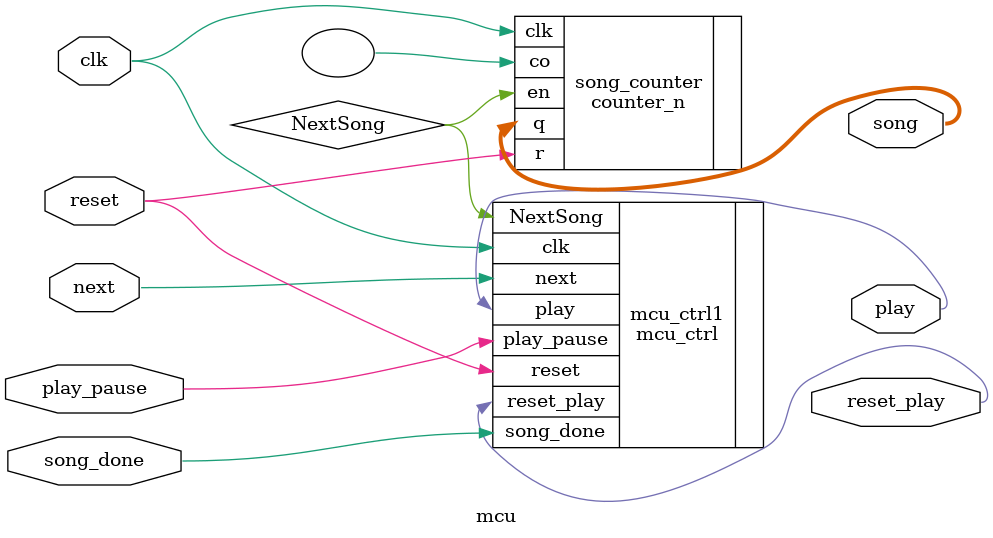
<source format=v>
module mcu (
    clk,        //100MHz时钟信号
    reset,      //复位信号，高电平有效
    play_pause, //来自按键处理模块的“播放/暂停”控制信号，一个时钟周期宽度
    next,       //来自按键处理的“下一首”控制信号，一个时钟周期宽度
    song_done,  //song_reader的应答信号，一个时钟周期宽度的高电平脉冲,表示播放结束
    play,       //输出控制song_reader模块是否播放
    reset_play, //时钟周期宽度的高电平复位脉冲，同时复位song_reader&note_player
    song        //当前播放的乐曲序号
);
    input clk, reset, play_pause, next, song_done;
    output play, reset_play;
    output [1:0] song;

    wire NextSong;  //2位二进制计数器使能信号，next为高电平时改变当前播放乐曲序号
    //mcu控制器
    mcu_ctrl mcu_ctrl1(
        .clk(clk),
        .reset(reset),
        .play_pause(play_pause),
        .next(next),
        .song_done(song_done),
        .play(play),
        .reset_play(reset_play),
        .NextSong(NextSong)
    );
    //歌曲计数器
    counter_n #(.n(4), .counter_bits(2)) song_counter(
        .clk(clk),
        .en(NextSong),
        .r(reset),
        .q(song),
        .co()
    );
endmodule
</source>
